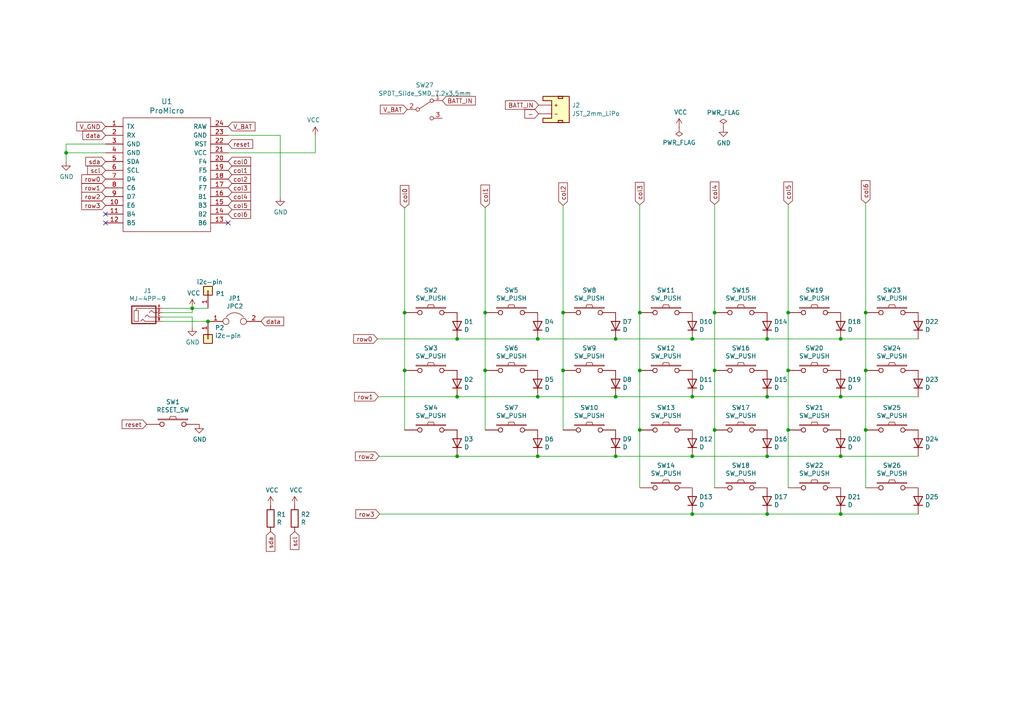
<source format=kicad_sch>
(kicad_sch (version 20231120) (generator "eeschema") (generator_version "8.0")
  (paper "A4")
  (lib_symbols
    (symbol "Connector_Generic:Conn_01x01" (pin_names (offset 1.016) hide)
      (property "Reference" "J" (at 0 2.54 0))
      (property "Value" "Conn_01x01" (at 0 -2.54 0))
      (symbol "Conn_01x01_1_1"
        (rectangle (start -1.27 0.127) (end 0 -0.127) (stroke (width 0.1524)))
        (rectangle (start -1.27 1.27) (end 1.27 -1.27) (stroke (width 0.254)) (fill (type background)))
        (pin passive line (at -5.08 0 0) (length 3.81) (name "Pin_1") (number "1"))
      )
    )
    (symbol "Device:D" (pin_numbers hide) (pin_names (offset 1.016) hide)
      (property "Reference" "D" (at 0 2.54 0))
      (property "Value" "D" (at 0 -2.54 0))
      (symbol "D_0_1"
        (polyline (pts (xy -1.27 1.27) (xy -1.27 -1.27)) (stroke (width 0.254)))
        (polyline (pts (xy 1.27 0) (xy -1.27 0)))
        (polyline (pts (xy 1.27 1.27) (xy 1.27 -1.27) (xy -1.27 0) (xy 1.27 1.27)) (stroke (width 0.254)))
      )
      (symbol "D_1_1"
        (pin passive line (at -3.81 0 0) (length 2.54) (name "K") (number "1"))
        (pin passive line (at 3.81 0 180) (length 2.54) (name "A") (number "2"))
      )
    )
    (symbol "Device:R" (pin_numbers hide) (pin_names (offset 0))
      (property "Reference" "R" (at 2.032 0 90))
      (property "Value" "R" (at 0 0 90))
      (symbol "R_0_1"
        (rectangle (start -1.016 -2.54) (end 1.016 2.54) (stroke (width 0.254)))
      )
      (symbol "R_1_1"
        (pin passive line (at 0 3.81 270) (length 1.27) (name "~") (number "1"))
        (pin passive line (at 0 -3.81 90) (length 1.27) (name "~") (number "2"))
      )
    )
    (symbol "PCM_SparkFun-Connector:Conn_01x02_JST_2mm_LiPo" (pin_numbers hide) (pin_names (offset 1.016) hide)
      (property "Reference" "J" (at 0 5.08 0))
      (property "Value" "JST_2mm_LiPo" (at 0 -8.89 0))
      (symbol "Conn_01x02_JST_2mm_LiPo_1_1"
        (polyline (pts (xy -1.27 1.27) (xy -3.81 1.27) (xy -3.81 2.54) (xy 3.81 2.54) (xy 3.81 -5.08) (xy -3.81 -5.08) (xy -3.81 -3.81) (xy -1.27 -3.81) (xy -1.27 1.27)) (stroke (width 0.254)) (fill (type background)))
        (rectangle (start 0.635 -4.445) (end 1.905 -5.08) (stroke (width 0.254)))
        (rectangle (start 0.635 2.54) (end 1.905 1.905) (stroke (width 0.254)))
        (text "+" (at 0 0 0) (effects (font (size 1 1))))
        (text "-" (at 0 -2.54 0) (effects (font (size 1 1))))
        (pin passive line (at -5.08 -2.54 0) (length 3.81) (name "-") (number "1"))
        (pin passive line (at -5.08 0 0) (length 3.81) (name "+") (number "2"))
        (pin no_connect line (at 1.27 -1.27 0) (length 2.54) hide (name "NC1") (number "NC1"))
        (pin no_connect line (at 1.27 -1.27 0) (length 2.54) hide (name "NC2") (number "NC2"))
      )
    )
    (symbol "Pinky3-rescue:Jumper-Device" (pin_names (offset 0.762) hide)
      (property "Reference" "JP" (at 0 3.81 0))
      (property "Value" "Device_Jumper" (at 0 -2.032 0))
      (symbol "Jumper-Device_0_1"
        (circle (center -2.54 0) (radius 0.889))
        (arc (start 2.5146 1.27) (mid 0.0078 2.5097) (end -2.4892 1.27))
        (circle (center 2.54 0) (radius 0.889))
        (pin passive line (at -7.62 0 0) (length 4.191) (name "1") (number "1"))
        (pin passive line (at 7.62 0 180) (length 4.191) (name "2") (number "2"))
      )
    )
    (symbol "Pinky3-rescue:MJ-4PP-9-kbd" (pin_names (offset 1.016))
      (property "Reference" "J" (at 0 3.81 0))
      (property "Value" "MJ-4PP-9-kbd" (at 0 -3.81 0))
      (symbol "MJ-4PP-9-kbd_0_1"
        (rectangle (start -1.905 -1.905) (end -3.175 1.27))
        (polyline (pts (xy -2.54 1.27) (xy -2.54 1.905) (xy 3.175 1.905)))
        (polyline (pts (xy -1.27 -1.905) (xy -0.635 -1.27) (xy 0 -1.905) (xy 3.175 -1.905)))
        (polyline (pts (xy 0 -0.635) (xy 0.635 0) (xy 1.27 -0.635) (xy 3.175 -0.635)))
        (polyline (pts (xy 1.27 0.635) (xy 1.905 1.27) (xy 2.54 0.635) (xy 3.175 0.635)))
        (rectangle (start 3.175 2.54) (end -3.81 -2.54) (stroke (width 0.3048)))
      )
      (symbol "MJ-4PP-9-kbd_1_1"
        (pin input line (at 5.08 1.905 180) (length 2.0066) (name "~") (number "A"))
        (pin input line (at 5.08 -1.905 180) (length 2.0066) (name "~") (number "B"))
        (pin input line (at 5.08 -0.635 180) (length 2.0066) (name "~") (number "C"))
        (pin input line (at 5.08 0.635 180) (length 2.0066) (name "~") (number "D"))
      )
    )
    (symbol "Pinky3-rescue:ProMicro-kbd" (pin_names (offset 1.016))
      (property "Reference" "U" (at 0 24.13 0))
      (property "Value" "ProMicro-kbd" (at 0 -13.97 0))
      (symbol "ProMicro-kbd_0_1"
        (rectangle (start -12.7 21.59) (end 12.7 -11.43))
      )
      (symbol "ProMicro-kbd_1_1"
        (pin bidirectional line (at -17.78 19.05 0) (length 5.08) (name "TX") (number "1"))
        (pin bidirectional line (at -17.78 -3.81 0) (length 5.08) (name "E6") (number "10"))
        (pin bidirectional line (at -17.78 -6.35 0) (length 5.08) (name "B4") (number "11"))
        (pin bidirectional line (at -17.78 -8.89 0) (length 5.08) (name "B5") (number "12"))
        (pin bidirectional line (at 17.78 -8.89 180) (length 5.08) (name "B6") (number "13"))
        (pin bidirectional line (at 17.78 -6.35 180) (length 5.08) (name "B2") (number "14"))
        (pin bidirectional line (at 17.78 -3.81 180) (length 5.08) (name "B3") (number "15"))
        (pin bidirectional line (at 17.78 -1.27 180) (length 5.08) (name "B1") (number "16"))
        (pin bidirectional line (at 17.78 1.27 180) (length 5.08) (name "F7") (number "17"))
        (pin bidirectional line (at 17.78 3.81 180) (length 5.08) (name "F6") (number "18"))
        (pin bidirectional line (at 17.78 6.35 180) (length 5.08) (name "F5") (number "19"))
        (pin bidirectional line (at -17.78 16.51 0) (length 5.08) (name "RX") (number "2"))
        (pin bidirectional line (at 17.78 8.89 180) (length 5.08) (name "F4") (number "20"))
        (pin power_in line (at 17.78 11.43 180) (length 5.08) (name "VCC") (number "21"))
        (pin input line (at 17.78 13.97 180) (length 5.08) (name "RST") (number "22"))
        (pin power_in line (at 17.78 16.51 180) (length 5.08) (name "GND") (number "23"))
        (pin power_out line (at 17.78 19.05 180) (length 5.08) (name "RAW") (number "24"))
        (pin power_in line (at -17.78 13.97 0) (length 5.08) (name "GND") (number "3"))
        (pin power_in line (at -17.78 11.43 0) (length 5.08) (name "GND") (number "4"))
        (pin bidirectional line (at -17.78 8.89 0) (length 5.08) (name "SDA") (number "5"))
        (pin bidirectional line (at -17.78 6.35 0) (length 5.08) (name "SCL") (number "6"))
        (pin bidirectional line (at -17.78 3.81 0) (length 5.08) (name "D4") (number "7"))
        (pin bidirectional line (at -17.78 1.27 0) (length 5.08) (name "C6") (number "8"))
        (pin bidirectional line (at -17.78 -1.27 0) (length 5.08) (name "D7") (number "9"))
      )
    )
    (symbol "Pinky3-rescue:SW_PUSH-kbd" (pin_numbers hide) (pin_names (offset 1.016) hide)
      (property "Reference" "SW" (at 3.81 2.794 0))
      (property "Value" "SW_PUSH-kbd" (at 0 -2.032 0))
      (symbol "SW_PUSH-kbd_0_1"
        (rectangle (start -4.318 1.27) (end 4.318 1.524))
        (polyline (pts (xy -1.016 1.524) (xy -0.762 2.286) (xy 0.762 2.286) (xy 1.016 1.524)))
        (pin passive inverted (at -7.62 0 0) (length 5.08) (name "1") (number "1"))
        (pin passive inverted (at 7.62 0 180) (length 5.08) (name "2") (number "2"))
      )
    )
    (symbol "SparkFun-Switch:SPDT_Slide_SMD_7.2x3.5mm" (pin_names (offset 0) hide)
      (property "Reference" "SW" (at 0 4.318 0))
      (property "Value" "SPDT_Slide_SMD_7.2x3.5mm" (at 0 -5.08 0))
      (symbol "SPDT_Slide_SMD_7.2x3.5mm_0_0"
        (circle (center -2.032 0) (radius 0.508))
        (circle (center 2.032 -2.54) (radius 0.508))
      )
      (symbol "SPDT_Slide_SMD_7.2x3.5mm_0_1"
        (polyline (pts (xy -1.524 0.254) (xy 1.651 2.286)))
        (circle (center 2.032 2.54) (radius 0.508))
      )
      (symbol "SPDT_Slide_SMD_7.2x3.5mm_1_1"
        (pin passive line (at 5.08 2.54 180) (length 2.54) (name "A") (number "1"))
        (pin passive line (at -5.08 0 0) (length 2.54) (name "B") (number "2"))
        (pin passive line (at 5.08 -2.54 180) (length 2.54) (name "C") (number "3"))
        (pin no_connect line (at -5.08 2.54 0) (length 2.54) hide (name "4") (number "4"))
        (pin no_connect line (at -5.08 5.08 0) (length 2.54) hide (name "5") (number "5"))
        (pin no_connect line (at -5.08 7.62 0) (length 2.54) hide (name "6") (number "6"))
      )
    )
    (symbol "power:GND" (power) (pin_names (offset 0))
      (property "Value" "GND" (at 0 -3.81 0))
      (symbol "GND_0_1"
        (polyline (pts (xy 0 0) (xy 0 -1.27) (xy 1.27 -1.27) (xy 0 -2.54) (xy -1.27 -1.27) (xy 0 -1.27)))
      )
      (symbol "GND_1_1"
        (pin power_in line (at 0 0 270) (length 0) hide (name "GND") (number "1"))
      )
    )
    (symbol "power:PWR_FLAG" (power) (pin_numbers hide) (pin_names (offset 0) hide)
      (property "Value" "PWR_FLAG" (at 0 3.81 0))
      (symbol "PWR_FLAG_0_0"
        (pin power_out line (at 0 0 90) (length 0) (name "pwr") (number "1"))
      )
      (symbol "PWR_FLAG_0_1"
        (polyline (pts (xy 0 0) (xy 0 1.27) (xy -1.016 1.905) (xy 0 2.54) (xy 1.016 1.905) (xy 0 1.27)))
      )
    )
    (symbol "power:VCC" (power) (pin_names (offset 0))
      (property "Value" "VCC" (at 0 3.81 0))
      (symbol "VCC_0_1"
        (polyline (pts (xy -0.762 1.27) (xy 0 2.54)))
        (polyline (pts (xy 0 0) (xy 0 2.54)))
        (polyline (pts (xy 0 2.54) (xy 0.762 1.27)))
      )
      (symbol "VCC_1_1"
        (pin power_in line (at 0 0 90) (length 0) hide (name "VCC") (number "1"))
      )
    )
  )
  (junction (at 200.787 132.334))
  (junction (at 155.956 98.298))
  (junction (at 222.504 98.298))
  (junction (at 155.956 115.062))
  (junction (at 117.348 107.442))
  (junction (at 178.562 98.298))
  (junction (at 222.504 149.098))
  (junction (at 140.716 107.442))
  (junction (at 251.079 107.442))
  (junction (at 251.079 90.678))
  (junction (at 163.322 90.678))
  (junction (at 55.753 89.408))
  (junction (at 132.588 98.298))
  (junction (at 207.264 107.442))
  (junction (at 140.716 90.678))
  (junction (at 222.504 115.062))
  (junction (at 243.84 132.334))
  (junction (at 251.079 124.714))
  (junction (at 163.322 107.442))
  (junction (at 228.6 124.714))
  (junction (at 185.547 90.678))
  (junction (at 207.264 90.678))
  (junction (at 178.562 115.062))
  (junction (at 243.84 98.298))
  (junction (at 243.84 149.098))
  (junction (at 185.547 107.442))
  (junction (at 228.6 107.442))
  (junction (at 207.264 124.714))
  (junction (at 200.787 98.298))
  (junction (at 200.787 149.098))
  (junction (at 117.348 90.678))
  (junction (at 228.6 90.678))
  (junction (at 222.504 132.334))
  (junction (at 155.956 132.334))
  (junction (at 19.177 44.323))
  (junction (at 60.325 93.218))
  (junction (at 132.588 132.334))
  (junction (at 178.562 132.334))
  (junction (at 132.588 115.062))
  (junction (at 243.84 115.062))
  (junction (at 185.547 124.714))
  (junction (at 200.787 115.062))
  (no_connect (at 30.607 64.643))
  (no_connect (at 30.607 62.103))
  (no_connect (at 66.167 64.643))
  (wire (pts (xy 185.547 90.678) (xy 185.547 107.442)))
  (wire (pts (xy 222.504 132.334) (xy 243.84 132.334)))
  (wire (pts (xy 178.562 98.298) (xy 200.787 98.298)))
  (wire (pts (xy 19.177 41.783) (xy 19.177 44.323)))
  (wire (pts (xy 55.753 91.948) (xy 55.753 94.869)))
  (wire (pts (xy 185.547 59.436) (xy 185.547 90.678)))
  (wire (pts (xy 109.728 115.062) (xy 132.588 115.062)))
  (wire (pts (xy 30.607 41.783) (xy 19.177 41.783)))
  (wire (pts (xy 178.562 115.062) (xy 200.787 115.062)))
  (wire (pts (xy 200.787 132.334) (xy 222.504 132.334)))
  (wire (pts (xy 207.264 59.309) (xy 207.264 90.678)))
  (wire (pts (xy 185.547 124.714) (xy 185.547 141.478)))
  (wire (pts (xy 228.6 90.678) (xy 228.6 107.442)))
  (wire (pts (xy 55.753 89.408) (xy 60.325 89.408)))
  (wire (pts (xy 81.28 39.243) (xy 81.28 57.15)))
  (wire (pts (xy 228.6 124.714) (xy 228.6 141.478)))
  (wire (pts (xy 140.716 60.198) (xy 140.716 90.678)))
  (wire (pts (xy 66.167 44.323) (xy 91.44 44.323)))
  (wire (pts (xy 207.264 124.714) (xy 207.264 141.478)))
  (wire (pts (xy 243.84 149.098) (xy 266.319 149.098)))
  (wire (pts (xy 251.079 124.714) (xy 251.079 141.478)))
  (wire (pts (xy 117.348 60.325) (xy 117.348 90.678)))
  (wire (pts (xy 163.322 90.678) (xy 163.322 107.442)))
  (wire (pts (xy 163.322 107.442) (xy 163.322 124.714)))
  (wire (pts (xy 163.322 59.563) (xy 163.322 90.678)))
  (wire (pts (xy 155.956 132.334) (xy 178.562 132.334)))
  (wire (pts (xy 140.716 107.442) (xy 140.716 124.714)))
  (wire (pts (xy 243.84 115.062) (xy 266.319 115.062)))
  (wire (pts (xy 132.588 132.334) (xy 155.956 132.334)))
  (wire (pts (xy 200.787 149.098) (xy 222.504 149.098)))
  (wire (pts (xy 200.787 115.062) (xy 222.504 115.062)))
  (wire (pts (xy 91.44 44.323) (xy 91.44 39.37)))
  (wire (pts (xy 110.109 149.098) (xy 200.787 149.098)))
  (wire (pts (xy 19.177 44.323) (xy 19.177 46.863)))
  (wire (pts (xy 222.504 149.098) (xy 243.84 149.098)))
  (wire (pts (xy 109.474 98.298) (xy 132.588 98.298)))
  (wire (pts (xy 55.753 90.678) (xy 55.753 89.408)))
  (wire (pts (xy 207.264 107.442) (xy 207.264 124.714)))
  (wire (pts (xy 47.117 89.408) (xy 55.753 89.408)))
  (wire (pts (xy 222.504 115.062) (xy 243.84 115.062)))
  (wire (pts (xy 243.84 132.334) (xy 266.319 132.334)))
  (wire (pts (xy 222.504 98.298) (xy 243.84 98.298)))
  (wire (pts (xy 132.588 98.298) (xy 155.956 98.298)))
  (wire (pts (xy 109.982 132.334) (xy 132.588 132.334)))
  (wire (pts (xy 251.079 58.928) (xy 251.079 90.678)))
  (wire (pts (xy 155.956 98.298) (xy 178.562 98.298)))
  (wire (pts (xy 251.079 107.442) (xy 251.079 124.714)))
  (wire (pts (xy 47.117 93.218) (xy 60.325 93.218)))
  (wire (pts (xy 200.787 98.298) (xy 222.504 98.298)))
  (wire (pts (xy 207.264 90.678) (xy 207.264 107.442)))
  (wire (pts (xy 251.079 90.678) (xy 251.079 107.442)))
  (wire (pts (xy 155.956 115.062) (xy 178.562 115.062)))
  (wire (pts (xy 66.167 39.243) (xy 81.28 39.243)))
  (wire (pts (xy 30.607 44.323) (xy 19.177 44.323)))
  (wire (pts (xy 132.588 115.062) (xy 155.956 115.062)))
  (wire (pts (xy 47.117 91.948) (xy 55.753 91.948)))
  (wire (pts (xy 140.716 90.678) (xy 140.716 107.442)))
  (wire (pts (xy 228.6 59.309) (xy 228.6 90.678)))
  (wire (pts (xy 178.562 132.334) (xy 200.787 132.334)))
  (wire (pts (xy 243.84 98.298) (xy 266.319 98.298)))
  (wire (pts (xy 228.6 107.442) (xy 228.6 124.714)))
  (wire (pts (xy 47.117 90.678) (xy 55.753 90.678)))
  (wire (pts (xy 117.348 107.442) (xy 117.348 124.714)))
  (wire (pts (xy 185.547 107.442) (xy 185.547 124.714)))
  (wire (pts (xy 60.325 93.218) (xy 60.452 93.218)))
  (wire (pts (xy 117.348 90.678) (xy 117.348 107.442)))
  (global_label "V_BAT" (shape input) (at 66.167 36.703 0) (property "Intersheetrefs" "${INTERSHEET_REFS}" (effects (hide yes))))
  (global_label "row1" (shape input) (at 109.728 115.062 180) (property "Intersheetrefs" "${INTERSHEET_REFS}" (effects (hide yes))))
  (global_label "sda" (shape input) (at 78.486 154.178 270) (property "Intersheetrefs" "${INTERSHEET_REFS}" (effects (hide yes))))
  (global_label "row0" (shape input) (at 30.607 51.943 180) (property "Intersheetrefs" "${INTERSHEET_REFS}" (effects (hide yes))))
  (global_label "col0" (shape input) (at 66.167 46.863 0) (property "Intersheetrefs" "${INTERSHEET_REFS}" (effects (hide yes))))
  (global_label "V_GND" (shape input) (at 30.607 36.703 180) (property "Intersheetrefs" "${INTERSHEET_REFS}" (effects (hide yes))))
  (global_label "col3" (shape input) (at 66.167 54.483 0) (property "Intersheetrefs" "${INTERSHEET_REFS}" (effects (hide yes))))
  (global_label "col1" (shape input) (at 66.167 49.403 0) (property "Intersheetrefs" "${INTERSHEET_REFS}" (effects (hide yes))))
  (global_label "col4" (shape input) (at 66.167 57.023 0) (property "Intersheetrefs" "${INTERSHEET_REFS}" (effects (hide yes))))
  (global_label "scl" (shape input) (at 85.471 154.178 270) (property "Intersheetrefs" "${INTERSHEET_REFS}" (effects (hide yes))))
  (global_label "scl" (shape input) (at 30.607 49.403 180) (property "Intersheetrefs" "${INTERSHEET_REFS}" (effects (hide yes))))
  (global_label "col2" (shape input) (at 66.167 51.943 0) (property "Intersheetrefs" "${INTERSHEET_REFS}" (effects (hide yes))))
  (global_label "col3" (shape input) (at 185.547 59.436 90) (property "Intersheetrefs" "${INTERSHEET_REFS}" (effects (hide yes))))
  (global_label "col4" (shape input) (at 207.264 59.309 90) (property "Intersheetrefs" "${INTERSHEET_REFS}" (effects (hide yes))))
  (global_label "V_BAT" (shape input) (at 118.11 31.75 180) (property "Intersheetrefs" "${INTERSHEET_REFS}" (effects (hide yes))))
  (global_label "col6" (shape input) (at 66.167 62.103 0) (property "Intersheetrefs" "${INTERSHEET_REFS}" (effects (hide yes))))
  (global_label "row2" (shape input) (at 109.982 132.334 180) (property "Intersheetrefs" "${INTERSHEET_REFS}" (effects (hide yes))))
  (global_label "-" (shape input) (at 156.21 33.02 180) (property "Intersheetrefs" "${INTERSHEET_REFS}" (effects (hide yes))))
  (global_label "reset" (shape input) (at 66.167 41.783 0) (property "Intersheetrefs" "${INTERSHEET_REFS}" (effects (hide yes))))
  (global_label "BATT_IN" (shape input) (at 156.21 30.48 180) (property "Intersheetrefs" "${INTERSHEET_REFS}" (effects (hide yes))))
  (global_label "col0" (shape input) (at 117.348 60.325 90) (property "Intersheetrefs" "${INTERSHEET_REFS}" (effects (hide yes))))
  (global_label "row3" (shape input) (at 30.607 59.563 180) (property "Intersheetrefs" "${INTERSHEET_REFS}" (effects (hide yes))))
  (global_label "row3" (shape input) (at 110.109 149.098 180) (property "Intersheetrefs" "${INTERSHEET_REFS}" (effects (hide yes))))
  (global_label "col2" (shape input) (at 163.322 59.563 90) (property "Intersheetrefs" "${INTERSHEET_REFS}" (effects (hide yes))))
  (global_label "row0" (shape input) (at 109.474 98.298 180) (property "Intersheetrefs" "${INTERSHEET_REFS}" (effects (hide yes))))
  (global_label "data" (shape input) (at 30.607 39.243 180) (property "Intersheetrefs" "${INTERSHEET_REFS}" (effects (hide yes))))
  (global_label "row1" (shape input) (at 30.607 54.483 180) (property "Intersheetrefs" "${INTERSHEET_REFS}" (effects (hide yes))))
  (global_label "col5" (shape input) (at 228.6 59.309 90) (property "Intersheetrefs" "${INTERSHEET_REFS}" (effects (hide yes))))
  (global_label "sda" (shape input) (at 30.607 46.863 180) (property "Intersheetrefs" "${INTERSHEET_REFS}" (effects (hide yes))))
  (global_label "row2" (shape input) (at 30.607 57.023 180) (property "Intersheetrefs" "${INTERSHEET_REFS}" (effects (hide yes))))
  (global_label "col6" (shape input) (at 251.079 58.928 90) (property "Intersheetrefs" "${INTERSHEET_REFS}" (effects (hide yes))))
  (global_label "reset" (shape input) (at 42.545 123.063 180) (property "Intersheetrefs" "${INTERSHEET_REFS}" (effects (hide yes))))
  (global_label "BATT_IN" (shape input) (at 128.27 29.21 0) (property "Intersheetrefs" "${INTERSHEET_REFS}" (effects (hide yes))))
  (global_label "data" (shape input) (at 75.692 93.218 0) (property "Intersheetrefs" "${INTERSHEET_REFS}" (effects (hide yes))))
  (global_label "col1" (shape input) (at 140.716 60.198 90) (property "Intersheetrefs" "${INTERSHEET_REFS}" (effects (hide yes))))
  (global_label "col5" (shape input) (at 66.167 59.563 0) (property "Intersheetrefs" "${INTERSHEET_REFS}" (effects (hide yes))))
  (symbol (lib_id "Pinky3-rescue:SW_PUSH-kbd") (at 50.165 123.063 0) (unit 1)
    (property "Reference" "SW1" (at 50.165 116.586 0))
    (property "Value" "RESET_SW" (at 50.165 118.8974 0))
    (property "Footprint" "kbd:ResetSW" (effects (hide yes)))
  )
  (symbol (lib_id "power:GND") (at 57.785 123.063 0) (unit 1)
    (property "Reference" "#PWR04" (effects (hide yes)))
    (property "Value" "GND" (at 57.912 127.4572 0))
  )
  (symbol (lib_id "Pinky3-rescue:ProMicro-kbd") (at 48.387 55.753 0) (unit 1)
    (property "Reference" "U1" (at 48.387 29.4132 0) (effects (font (size 1.524 1.524))))
    (property "Value" "ProMicro" (at 48.387 32.1056 0) (effects (font (size 1.524 1.524))))
    (property "Footprint" "kbd:ProMicro_v2" (effects (hide yes)))
  )
  (symbol (lib_id "power:VCC") (at 91.44 39.37 0) (unit 1)
    (property "Reference" "#PWR05" (effects (hide yes)))
    (property "Value" "VCC" (at 90.932 34.798 0))
  )
  (symbol (lib_id "power:GND") (at 81.28 57.15 0) (unit 1)
    (property "Reference" "#PWR06" (effects (hide yes)))
    (property "Value" "GND" (at 81.407 61.5442 0))
  )
  (symbol (lib_id "power:GND") (at 19.177 46.863 0) (unit 1)
    (property "Reference" "#PWR01" (effects (hide yes)))
    (property "Value" "GND" (at 19.304 51.2572 0))
  )
  (symbol (lib_id "Pinky3-rescue:SW_PUSH-kbd") (at 124.968 90.678 0) (unit 1)
    (property "Reference" "SW2" (at 124.968 84.201 0))
    (property "Value" "SW_PUSH" (at 124.968 86.5124 0))
    (property "Footprint" "Switch_Keyboard_Hotswap_Kailh:SW_Hotswap_Kailh_Choc_V1V2" (effects (hide yes)))
  )
  (symbol (lib_id "Pinky3-rescue:SW_PUSH-kbd") (at 148.336 90.678 0) (unit 1)
    (property "Reference" "SW5" (at 148.336 84.201 0))
    (property "Value" "SW_PUSH" (at 148.336 86.5124 0))
    (property "Footprint" "kbd:CherryMX_Hotswap" (effects (hide yes)))
  )
  (symbol (lib_id "Pinky3-rescue:MJ-4PP-9-kbd") (at 42.037 91.313 0) (unit 1)
    (property "Reference" "J1" (at 42.799 84.3026 0))
    (property "Value" "MJ-4PP-9" (at 42.799 86.614 0))
    (property "Footprint" "kbd:MJ-4PP-9" (effects (hide yes)))
  )
  (symbol (lib_id "power:GND") (at 55.753 94.869 0) (unit 1)
    (property "Reference" "#PWR03" (effects (hide yes)))
    (property "Value" "GND" (at 55.88 99.2632 0))
  )
  (symbol (lib_id "power:VCC") (at 55.753 89.408 0) (unit 1)
    (property "Reference" "#PWR02" (effects (hide yes)))
    (property "Value" "VCC" (at 56.1848 85.0138 0))
  )
  (symbol (lib_id "power:VCC") (at 196.977 36.957 0) (unit 1)
    (property "Reference" "#PWR07" (effects (hide yes)))
    (property "Value" "VCC" (at 197.4088 32.5628 0))
  )
  (symbol (lib_id "power:PWR_FLAG") (at 196.977 36.957 180) (unit 1)
    (property "Reference" "#FLG01" (effects (hide yes)))
    (property "Value" "PWR_FLAG" (at 196.977 41.3512 0))
  )
  (symbol (lib_id "power:GND") (at 209.804 37.084 0) (unit 1)
    (property "Reference" "#PWR08" (effects (hide yes)))
    (property "Value" "GND" (at 209.931 41.4782 0))
  )
  (symbol (lib_id "power:PWR_FLAG") (at 209.804 37.084 0) (unit 1)
    (property "Reference" "#FLG02" (effects (hide yes)))
    (property "Value" "PWR_FLAG" (at 209.804 32.6644 0))
  )
  (symbol (lib_id "Pinky3-rescue:SW_PUSH-kbd") (at 124.968 107.442 0) (unit 1)
    (property "Reference" "SW3" (at 124.968 100.965 0))
    (property "Value" "SW_PUSH" (at 124.968 103.2764 0))
    (property "Footprint" "kbd:CherryMX_Hotswap" (effects (hide yes)))
  )
  (symbol (lib_id "Pinky3-rescue:SW_PUSH-kbd") (at 124.968 124.714 0) (unit 1)
    (property "Reference" "SW4" (at 124.968 118.237 0))
    (property "Value" "SW_PUSH" (at 124.968 120.5484 0))
    (property "Footprint" "kbd:CherryMX_Hotswap" (effects (hide yes)))
  )
  (symbol (lib_id "Pinky3-rescue:SW_PUSH-kbd") (at 148.336 107.442 0) (unit 1)
    (property "Reference" "SW6" (at 148.336 100.965 0))
    (property "Value" "SW_PUSH" (at 148.336 103.2764 0))
    (property "Footprint" "kbd:CherryMX_Hotswap" (effects (hide yes)))
  )
  (symbol (lib_id "Pinky3-rescue:SW_PUSH-kbd") (at 148.336 124.714 0) (unit 1)
    (property "Reference" "SW7" (at 148.336 118.237 0))
    (property "Value" "SW_PUSH" (at 148.336 120.5484 0))
    (property "Footprint" "kbd:CherryMX_Hotswap" (effects (hide yes)))
  )
  (symbol (lib_id "Device:D") (at 132.588 94.488 90) (unit 1)
    (property "Reference" "D1" (at 134.5946 93.3196 90) (effects (justify right)))
    (property "Value" "D" (at 134.5946 95.631 90) (effects (justify right)))
    (property "Footprint" "kbd:D3_TH_SMD" (effects (hide yes)))
  )
  (symbol (lib_id "Pinky3-rescue:SW_PUSH-kbd") (at 170.942 90.678 0) (unit 1)
    (property "Reference" "SW8" (at 170.942 84.201 0))
    (property "Value" "SW_PUSH" (at 170.942 86.5124 0))
    (property "Footprint" "kbd:CherryMX_Hotswap" (effects (hide yes)))
  )
  (symbol (lib_id "Pinky3-rescue:SW_PUSH-kbd") (at 193.167 90.678 0) (unit 1)
    (property "Reference" "SW11" (at 193.167 84.201 0))
    (property "Value" "SW_PUSH" (at 193.167 86.5124 0))
    (property "Footprint" "kbd:CherryMX_Hotswap" (effects (hide yes)))
  )
  (symbol (lib_id "Pinky3-rescue:SW_PUSH-kbd") (at 170.942 107.442 0) (unit 1)
    (property "Reference" "SW9" (at 170.942 100.965 0))
    (property "Value" "SW_PUSH" (at 170.942 103.2764 0))
    (property "Footprint" "kbd:CherryMX_Hotswap" (effects (hide yes)))
  )
  (symbol (lib_id "Pinky3-rescue:SW_PUSH-kbd") (at 193.167 107.442 0) (unit 1)
    (property "Reference" "SW12" (at 193.167 100.965 0))
    (property "Value" "SW_PUSH" (at 193.167 103.2764 0))
    (property "Footprint" "kbd:CherryMX_Hotswap" (effects (hide yes)))
  )
  (symbol (lib_id "Pinky3-rescue:SW_PUSH-kbd") (at 170.942 124.714 0) (unit 1)
    (property "Reference" "SW10" (at 170.942 118.237 0))
    (property "Value" "SW_PUSH" (at 170.942 120.5484 0))
    (property "Footprint" "kbd:CherryMX_Hotswap" (effects (hide yes)))
  )
  (symbol (lib_id "Pinky3-rescue:SW_PUSH-kbd") (at 193.167 124.714 0) (unit 1)
    (property "Reference" "SW13" (at 193.167 118.237 0))
    (property "Value" "SW_PUSH" (at 193.167 120.5484 0))
    (property "Footprint" "kbd:CherryMX_Hotswap" (effects (hide yes)))
  )
  (symbol (lib_id "Pinky3-rescue:SW_PUSH-kbd") (at 193.167 141.478 0) (unit 1)
    (property "Reference" "SW14" (at 193.167 135.001 0))
    (property "Value" "SW_PUSH" (at 193.167 137.3124 0))
    (property "Footprint" "kbd:Choc_Hotswap" (effects (hide yes)))
  )
  (symbol (lib_id "Pinky3-rescue:SW_PUSH-kbd") (at 214.884 90.678 0) (unit 1)
    (property "Reference" "SW15" (at 214.884 84.201 0))
    (property "Value" "SW_PUSH" (at 214.884 86.5124 0))
    (property "Footprint" "kbd:CherryMX_Hotswap" (effects (hide yes)))
  )
  (symbol (lib_id "Pinky3-rescue:SW_PUSH-kbd") (at 214.884 107.442 0) (unit 1)
    (property "Reference" "SW16" (at 214.884 100.965 0))
    (property "Value" "SW_PUSH" (at 214.884 103.2764 0))
    (property "Footprint" "kbd:CherryMX_Hotswap" (effects (hide yes)))
  )
  (symbol (lib_id "Pinky3-rescue:SW_PUSH-kbd") (at 214.884 124.714 0) (unit 1)
    (property "Reference" "SW17" (at 214.884 118.237 0))
    (property "Value" "SW_PUSH" (at 214.884 120.5484 0))
    (property "Footprint" "kbd:CherryMX_Hotswap" (effects (hide yes)))
  )
  (symbol (lib_id "Pinky3-rescue:SW_PUSH-kbd") (at 214.884 141.478 0) (unit 1)
    (property "Reference" "SW18" (at 214.884 135.001 0))
    (property "Value" "SW_PUSH" (at 214.884 137.3124 0))
    (property "Footprint" "kbd:Choc_Hotswap" (effects (hide yes)))
  )
  (symbol (lib_id "Pinky3-rescue:SW_PUSH-kbd") (at 236.22 90.678 0) (unit 1)
    (property "Reference" "SW19" (at 236.22 84.201 0))
    (property "Value" "SW_PUSH" (at 236.22 86.5124 0))
    (property "Footprint" "kbd:CherryMX_Hotswap" (effects (hide yes)))
  )
  (symbol (lib_id "Pinky3-rescue:SW_PUSH-kbd") (at 236.22 107.442 0) (unit 1)
    (property "Reference" "SW20" (at 236.22 100.965 0))
    (property "Value" "SW_PUSH" (at 236.22 103.2764 0))
    (property "Footprint" "kbd:CherryMX_Hotswap" (effects (hide yes)))
  )
  (symbol (lib_id "Pinky3-rescue:SW_PUSH-kbd") (at 236.22 124.714 0) (unit 1)
    (property "Reference" "SW21" (at 236.22 118.237 0))
    (property "Value" "SW_PUSH" (at 236.22 120.5484 0))
    (property "Footprint" "kbd:CherryMX_Hotswap" (effects (hide yes)))
  )
  (symbol (lib_id "Pinky3-rescue:SW_PUSH-kbd") (at 236.22 141.478 0) (unit 1)
    (property "Reference" "SW22" (at 236.22 135.001 0))
    (property "Value" "SW_PUSH" (at 236.22 137.3124 0))
    (property "Footprint" "kbd:Choc_Hotswap" (effects (hide yes)))
  )
  (symbol (lib_id "Device:D") (at 243.84 94.488 90) (unit 1)
    (property "Reference" "D18" (at 245.8466 93.3196 90) (effects (justify right)))
    (property "Value" "D" (at 245.8466 95.631 90) (effects (justify right)))
    (property "Footprint" "kbd:D3_TH_SMD" (effects (hide yes)))
  )
  (symbol (lib_id "Device:D") (at 222.504 94.488 90) (unit 1)
    (property "Reference" "D14" (at 224.5106 93.3196 90) (effects (justify right)))
    (property "Value" "D" (at 224.5106 95.631 90) (effects (justify right)))
    (property "Footprint" "kbd:D3_TH_SMD" (effects (hide yes)))
  )
  (symbol (lib_id "Device:D") (at 200.787 94.488 90) (unit 1)
    (property "Reference" "D10" (at 202.7936 93.3196 90) (effects (justify right)))
    (property "Value" "D" (at 202.7936 95.631 90) (effects (justify right)))
    (property "Footprint" "kbd:D3_TH_SMD" (effects (hide yes)))
  )
  (symbol (lib_id "Device:D") (at 178.562 94.488 90) (unit 1)
    (property "Reference" "D7" (at 180.5686 93.3196 90) (effects (justify right)))
    (property "Value" "D" (at 180.5686 95.631 90) (effects (justify right)))
    (property "Footprint" "kbd:D3_TH_SMD" (effects (hide yes)))
  )
  (symbol (lib_id "Device:D") (at 178.562 111.252 90) (unit 1)
    (property "Reference" "D8" (at 180.5686 110.0836 90) (effects (justify right)))
    (property "Value" "D" (at 180.5686 112.395 90) (effects (justify right)))
    (property "Footprint" "kbd:D3_TH_SMD" (effects (hide yes)))
  )
  (symbol (lib_id "Device:D") (at 200.787 111.252 90) (unit 1)
    (property "Reference" "D11" (at 202.7936 110.0836 90) (effects (justify right)))
    (property "Value" "D" (at 202.7936 112.395 90) (effects (justify right)))
    (property "Footprint" "kbd:D3_TH_SMD" (effects (hide yes)))
  )
  (symbol (lib_id "Device:D") (at 222.504 111.252 90) (unit 1)
    (property "Reference" "D15" (at 224.5106 110.0836 90) (effects (justify right)))
    (property "Value" "D" (at 224.5106 112.395 90) (effects (justify right)))
    (property "Footprint" "kbd:D3_TH_SMD" (effects (hide yes)))
  )
  (symbol (lib_id "Device:D") (at 243.84 111.252 90) (unit 1)
    (property "Reference" "D19" (at 245.8466 110.0836 90) (effects (justify right)))
    (property "Value" "D" (at 245.8466 112.395 90) (effects (justify right)))
    (property "Footprint" "kbd:D3_TH_SMD" (effects (hide yes)))
  )
  (symbol (lib_id "Device:D") (at 243.84 128.524 90) (unit 1)
    (property "Reference" "D20" (at 245.8466 127.3556 90) (effects (justify right)))
    (property "Value" "D" (at 245.8466 129.667 90) (effects (justify right)))
    (property "Footprint" "kbd:D3_TH_SMD" (effects (hide yes)))
  )
  (symbol (lib_id "Device:D") (at 222.504 128.524 90) (unit 1)
    (property "Reference" "D16" (at 224.5106 127.3556 90) (effects (justify right)))
    (property "Value" "D" (at 224.5106 129.667 90) (effects (justify right)))
    (property "Footprint" "kbd:D3_TH_SMD" (effects (hide yes)))
  )
  (symbol (lib_id "Device:D") (at 222.504 145.288 90) (unit 1)
    (property "Reference" "D17" (at 224.5106 144.1196 90) (effects (justify right)))
    (property "Value" "D" (at 224.5106 146.431 90) (effects (justify right)))
    (property "Footprint" "kbd:D3_TH_SMD" (effects (hide yes)))
  )
  (symbol (lib_id "Device:D") (at 243.84 145.288 90) (unit 1)
    (property "Reference" "D21" (at 245.8466 144.1196 90) (effects (justify right)))
    (property "Value" "D" (at 245.8466 146.431 90) (effects (justify right)))
    (property "Footprint" "kbd:D3_TH_SMD" (effects (hide yes)))
  )
  (symbol (lib_id "Device:D") (at 200.787 145.288 90) (unit 1)
    (property "Reference" "D13" (at 202.7936 144.1196 90) (effects (justify right)))
    (property "Value" "D" (at 202.7936 146.431 90) (effects (justify right)))
    (property "Footprint" "kbd:D3_TH_SMD" (effects (hide yes)))
  )
  (symbol (lib_id "Device:D") (at 200.787 128.524 90) (unit 1)
    (property "Reference" "D12" (at 202.7936 127.3556 90) (effects (justify right)))
    (property "Value" "D" (at 202.7936 129.667 90) (effects (justify right)))
    (property "Footprint" "kbd:D3_TH_SMD" (effects (hide yes)))
  )
  (symbol (lib_id "Device:D") (at 178.562 128.524 90) (unit 1)
    (property "Reference" "D9" (at 180.5686 127.3556 90) (effects (justify right)))
    (property "Value" "D" (at 180.5686 129.667 90) (effects (justify right)))
    (property "Footprint" "kbd:D3_TH_SMD" (effects (hide yes)))
  )
  (symbol (lib_id "Device:D") (at 155.956 128.524 90) (unit 1)
    (property "Reference" "D6" (at 157.9626 127.3556 90) (effects (justify right)))
    (property "Value" "D" (at 157.9626 129.667 90) (effects (justify right)))
    (property "Footprint" "kbd:D3_TH_SMD" (effects (hide yes)))
  )
  (symbol (lib_id "Device:D") (at 155.956 111.252 90) (unit 1)
    (property "Reference" "D5" (at 157.9626 110.0836 90) (effects (justify right)))
    (property "Value" "D" (at 157.9626 112.395 90) (effects (justify right)))
    (property "Footprint" "kbd:D3_TH_SMD" (effects (hide yes)))
  )
  (symbol (lib_id "Device:D") (at 155.956 94.488 90) (unit 1)
    (property "Reference" "D4" (at 157.9626 93.3196 90) (effects (justify right)))
    (property "Value" "D" (at 157.9626 95.631 90) (effects (justify right)))
    (property "Footprint" "kbd:D3_TH_SMD" (effects (hide yes)))
  )
  (symbol (lib_id "Device:D") (at 132.588 111.252 90) (unit 1)
    (property "Reference" "D2" (at 134.5946 110.0836 90) (effects (justify right)))
    (property "Value" "D" (at 134.5946 112.395 90) (effects (justify right)))
    (property "Footprint" "kbd:D3_TH_SMD" (effects (hide yes)))
  )
  (symbol (lib_id "Device:D") (at 132.588 128.524 90) (unit 1)
    (property "Reference" "D3" (at 134.5946 127.3556 90) (effects (justify right)))
    (property "Value" "D" (at 134.5946 129.667 90) (effects (justify right)))
    (property "Footprint" "kbd:D3_TH_SMD" (effects (hide yes)))
  )
  (symbol (lib_id "power:VCC") (at 78.486 146.558 0) (unit 1)
    (property "Reference" "#PWR011" (effects (hide yes)))
    (property "Value" "VCC" (at 78.9178 142.1638 0))
  )
  (symbol (lib_id "Device:R") (at 85.471 150.368 0) (unit 1)
    (property "Reference" "R2" (at 87.249 149.1996 0) (effects (justify left)))
    (property "Value" "R" (at 87.249 151.511 0) (effects (justify left)))
    (property "Footprint" "kbd:R" (effects (hide yes)))
  )
  (symbol (lib_id "power:VCC") (at 85.471 146.558 0) (unit 1)
    (property "Reference" "#PWR012" (effects (hide yes)))
    (property "Value" "VCC" (at 85.9028 142.1638 0))
  )
  (symbol (lib_id "Device:R") (at 78.486 150.368 0) (unit 1)
    (property "Reference" "R1" (at 80.264 149.1996 0) (effects (justify left)))
    (property "Value" "R" (at 80.264 151.511 0) (effects (justify left)))
    (property "Footprint" "kbd:R" (effects (hide yes)))
  )
  (symbol (lib_id "Pinky3-rescue:SW_PUSH-kbd") (at 258.699 90.678 0) (unit 1)
    (property "Reference" "SW23" (at 258.699 84.201 0))
    (property "Value" "SW_PUSH" (at 258.699 86.5124 0))
    (property "Footprint" "kbd:CherryMX_Hotswap" (effects (hide yes)))
  )
  (symbol (lib_id "Pinky3-rescue:SW_PUSH-kbd") (at 258.699 107.442 0) (unit 1)
    (property "Reference" "SW24" (at 258.699 100.965 0))
    (property "Value" "SW_PUSH" (at 258.699 103.2764 0))
    (property "Footprint" "kbd:CherryMX_Hotswap" (effects (hide yes)))
  )
  (symbol (lib_id "Pinky3-rescue:SW_PUSH-kbd") (at 258.699 124.714 0) (unit 1)
    (property "Reference" "SW25" (at 258.699 118.237 0))
    (property "Value" "SW_PUSH" (at 258.699 120.5484 0))
    (property "Footprint" "kbd:CherryMX_Hotswap" (effects (hide yes)))
  )
  (symbol (lib_id "Pinky3-rescue:SW_PUSH-kbd") (at 258.699 141.478 0) (unit 1)
    (property "Reference" "SW26" (at 258.699 135.001 0))
    (property "Value" "SW_PUSH" (at 258.699 137.3124 0))
    (property "Footprint" "kbd:Choc_Hotswap" (effects (hide yes)))
  )
  (symbol (lib_id "Device:D") (at 266.319 94.488 90) (unit 1)
    (property "Reference" "D22" (at 268.3256 93.3196 90) (effects (justify right)))
    (property "Value" "D" (at 268.3256 95.631 90) (effects (justify right)))
    (property "Footprint" "kbd:D3_TH_SMD" (effects (hide yes)))
  )
  (symbol (lib_id "Device:D") (at 266.319 111.252 90) (unit 1)
    (property "Reference" "D23" (at 268.3256 110.0836 90) (effects (justify right)))
    (property "Value" "D" (at 268.3256 112.395 90) (effects (justify right)))
    (property "Footprint" "kbd:D3_TH_SMD" (effects (hide yes)))
  )
  (symbol (lib_id "Device:D") (at 266.319 128.524 90) (unit 1)
    (property "Reference" "D24" (at 268.3256 127.3556 90) (effects (justify right)))
    (property "Value" "D" (at 268.3256 129.667 90) (effects (justify right)))
    (property "Footprint" "kbd:D3_TH_SMD" (effects (hide yes)))
  )
  (symbol (lib_id "Device:D") (at 266.319 145.288 90) (unit 1)
    (property "Reference" "D25" (at 268.3256 144.1196 90) (effects (justify right)))
    (property "Value" "D" (at 268.3256 146.431 90) (effects (justify right)))
    (property "Footprint" "kbd:D3_TH_SMD" (effects (hide yes)))
  )
  (symbol (lib_id "Pinky3-rescue:Jumper-Device") (at 68.072 93.218 0) (unit 1)
    (property "Reference" "JP1" (at 68.072 86.5124 0))
    (property "Value" "JPC2" (at 68.072 88.8238 0))
    (property "Footprint" "kbd:JPC2" (effects (hide yes)))
  )
  (symbol (lib_id "Connector_Generic:Conn_01x01") (at 60.325 84.328 90) (unit 1)
    (property "Reference" "P1" (at 62.5602 85.1916 90) (effects (justify right)))
    (property "Value" "i2c-pin" (at 57.023 81.788 90) (effects (justify right)))
    (property "Footprint" "kbd:1pin_conn" (effects (hide yes)))
  )
  (symbol (lib_id "Connector_Generic:Conn_01x01") (at 60.325 98.298 270) (unit 1)
    (property "Reference" "P2" (at 62.357 95.0722 90) (effects (justify left)))
    (property "Value" "i2c-pin" (at 62.357 97.3836 90) (effects (justify left)))
    (property "Footprint" "kbd:1pin_conn" (effects (hide yes)))
  )
  (symbol (lib_id "PCM_SparkFun-Connector:Conn_01x02_JST_2mm_LiPo") (at 161.29 30.48 0) (unit 1)
    (property "Reference" "J2" (at 165.862 30.5378 0) (effects (justify left)))
    (property "Value" "JST_2mm_LiPo" (at 165.862 32.9621 0) (effects (justify left)))
    (property "Footprint" "SparkFun-Connector:JST_SMD_2.0mm-2" (effects (hide yes)))
    (property "Description" "2 Pin 2mm JST Battery Connector" (effects (hide yes)))
    (property "PROD_ID" "CONN-11443" (effects (hide yes)))
  )
  (symbol (lib_id "SparkFun-Switch:SPDT_Slide_SMD_7.2x3.5mm") (at 123.19 31.75 0) (unit 1)
    (property "Reference" "SW27" (at 123.19 24.6845 0))
    (property "Value" "SPDT_Slide_SMD_7.2x3.5mm" (at 123.19 27.1088 0))
    (property "Footprint" "SparkFun-Switch:Slide_DPDT_SMD_7.2x3.5mm" (effects (hide yes)))
    (property "Datasheet" "https://www.sparkfun.com/datasheets/Components/SW_slide_ayz.pdf" (effects (hide yes)))
    (property "Description" "Switch, single pole double throw" (effects (hide yes)))
    (property "PROD_ID" "SWCH-08179" (effects (hide yes)))
    (property "Mrg Part#" "AYZ0202" (effects (hide yes)))
  )
)
</source>
